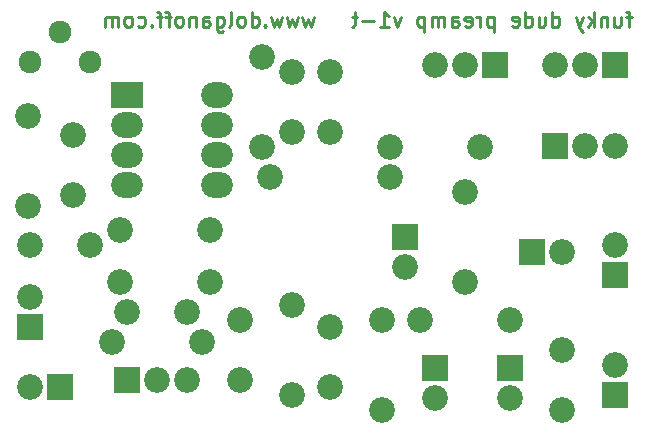
<source format=gbs>
%FSLAX46Y46*%
G04 Gerber Fmt 4.6, Leading zero omitted, Abs format (unit mm)*
G04 Created by KiCad (PCBNEW (2014-08-06 BZR 5059)-product) date 24/08/2014 19:27:10*
%MOMM*%
G01*
G04 APERTURE LIST*
%ADD10C,0.150000*%
%ADD11C,0.254000*%
%ADD12C,2.178000*%
%ADD13R,2.178000X2.178000*%
%ADD14C,1.924000*%
%ADD15R,2.686000X2.178000*%
%ADD16O,2.686000X2.178000*%
G04 APERTURE END LIST*
D10*
D11*
X193191191Y-105772857D02*
X192707381Y-105772857D01*
X193009762Y-106619524D02*
X193009762Y-105530952D01*
X192949286Y-105410000D01*
X192828333Y-105349524D01*
X192707381Y-105349524D01*
X191739762Y-105772857D02*
X191739762Y-106619524D01*
X192284048Y-105772857D02*
X192284048Y-106438095D01*
X192223572Y-106559048D01*
X192102619Y-106619524D01*
X191921191Y-106619524D01*
X191800239Y-106559048D01*
X191739762Y-106498571D01*
X191135000Y-105772857D02*
X191135000Y-106619524D01*
X191135000Y-105893810D02*
X191074524Y-105833333D01*
X190953571Y-105772857D01*
X190772143Y-105772857D01*
X190651191Y-105833333D01*
X190590714Y-105954286D01*
X190590714Y-106619524D01*
X189985952Y-106619524D02*
X189985952Y-105349524D01*
X189865000Y-106135714D02*
X189502143Y-106619524D01*
X189502143Y-105772857D02*
X189985952Y-106256667D01*
X189078809Y-105772857D02*
X188776428Y-106619524D01*
X188474048Y-105772857D02*
X188776428Y-106619524D01*
X188897381Y-106921905D01*
X188957857Y-106982381D01*
X189078809Y-107042857D01*
X186478333Y-106619524D02*
X186478333Y-105349524D01*
X186478333Y-106559048D02*
X186599286Y-106619524D01*
X186841190Y-106619524D01*
X186962143Y-106559048D01*
X187022619Y-106498571D01*
X187083095Y-106377619D01*
X187083095Y-106014762D01*
X187022619Y-105893810D01*
X186962143Y-105833333D01*
X186841190Y-105772857D01*
X186599286Y-105772857D01*
X186478333Y-105833333D01*
X185329285Y-105772857D02*
X185329285Y-106619524D01*
X185873571Y-105772857D02*
X185873571Y-106438095D01*
X185813095Y-106559048D01*
X185692142Y-106619524D01*
X185510714Y-106619524D01*
X185389762Y-106559048D01*
X185329285Y-106498571D01*
X184180237Y-106619524D02*
X184180237Y-105349524D01*
X184180237Y-106559048D02*
X184301190Y-106619524D01*
X184543094Y-106619524D01*
X184664047Y-106559048D01*
X184724523Y-106498571D01*
X184784999Y-106377619D01*
X184784999Y-106014762D01*
X184724523Y-105893810D01*
X184664047Y-105833333D01*
X184543094Y-105772857D01*
X184301190Y-105772857D01*
X184180237Y-105833333D01*
X183091666Y-106559048D02*
X183212618Y-106619524D01*
X183454523Y-106619524D01*
X183575475Y-106559048D01*
X183635951Y-106438095D01*
X183635951Y-105954286D01*
X183575475Y-105833333D01*
X183454523Y-105772857D01*
X183212618Y-105772857D01*
X183091666Y-105833333D01*
X183031189Y-105954286D01*
X183031189Y-106075238D01*
X183635951Y-106196190D01*
X181519285Y-105772857D02*
X181519285Y-107042857D01*
X181519285Y-105833333D02*
X181398333Y-105772857D01*
X181156428Y-105772857D01*
X181035476Y-105833333D01*
X180974999Y-105893810D01*
X180914523Y-106014762D01*
X180914523Y-106377619D01*
X180974999Y-106498571D01*
X181035476Y-106559048D01*
X181156428Y-106619524D01*
X181398333Y-106619524D01*
X181519285Y-106559048D01*
X180370237Y-106619524D02*
X180370237Y-105772857D01*
X180370237Y-106014762D02*
X180309761Y-105893810D01*
X180249285Y-105833333D01*
X180128332Y-105772857D01*
X180007380Y-105772857D01*
X179100238Y-106559048D02*
X179221190Y-106619524D01*
X179463095Y-106619524D01*
X179584047Y-106559048D01*
X179644523Y-106438095D01*
X179644523Y-105954286D01*
X179584047Y-105833333D01*
X179463095Y-105772857D01*
X179221190Y-105772857D01*
X179100238Y-105833333D01*
X179039761Y-105954286D01*
X179039761Y-106075238D01*
X179644523Y-106196190D01*
X177951190Y-106619524D02*
X177951190Y-105954286D01*
X178011667Y-105833333D01*
X178132619Y-105772857D01*
X178374524Y-105772857D01*
X178495476Y-105833333D01*
X177951190Y-106559048D02*
X178072143Y-106619524D01*
X178374524Y-106619524D01*
X178495476Y-106559048D01*
X178555952Y-106438095D01*
X178555952Y-106317143D01*
X178495476Y-106196190D01*
X178374524Y-106135714D01*
X178072143Y-106135714D01*
X177951190Y-106075238D01*
X177346428Y-106619524D02*
X177346428Y-105772857D01*
X177346428Y-105893810D02*
X177285952Y-105833333D01*
X177164999Y-105772857D01*
X176983571Y-105772857D01*
X176862619Y-105833333D01*
X176802142Y-105954286D01*
X176802142Y-106619524D01*
X176802142Y-105954286D02*
X176741666Y-105833333D01*
X176620714Y-105772857D01*
X176439285Y-105772857D01*
X176318333Y-105833333D01*
X176257857Y-105954286D01*
X176257857Y-106619524D01*
X175653095Y-105772857D02*
X175653095Y-107042857D01*
X175653095Y-105833333D02*
X175532143Y-105772857D01*
X175290238Y-105772857D01*
X175169286Y-105833333D01*
X175108809Y-105893810D01*
X175048333Y-106014762D01*
X175048333Y-106377619D01*
X175108809Y-106498571D01*
X175169286Y-106559048D01*
X175290238Y-106619524D01*
X175532143Y-106619524D01*
X175653095Y-106559048D01*
X173657380Y-105772857D02*
X173354999Y-106619524D01*
X173052619Y-105772857D01*
X171903571Y-106619524D02*
X172629285Y-106619524D01*
X172266428Y-106619524D02*
X172266428Y-105349524D01*
X172387380Y-105530952D01*
X172508333Y-105651905D01*
X172629285Y-105712381D01*
X171359285Y-106135714D02*
X170391666Y-106135714D01*
X169968333Y-105772857D02*
X169484523Y-105772857D01*
X169786904Y-105349524D02*
X169786904Y-106438095D01*
X169726428Y-106559048D01*
X169605475Y-106619524D01*
X169484523Y-106619524D01*
X166279285Y-105772857D02*
X166037381Y-106619524D01*
X165795476Y-106014762D01*
X165553571Y-106619524D01*
X165311666Y-105772857D01*
X164948809Y-105772857D02*
X164706905Y-106619524D01*
X164465000Y-106014762D01*
X164223095Y-106619524D01*
X163981190Y-105772857D01*
X163618333Y-105772857D02*
X163376429Y-106619524D01*
X163134524Y-106014762D01*
X162892619Y-106619524D01*
X162650714Y-105772857D01*
X162166905Y-106498571D02*
X162106429Y-106559048D01*
X162166905Y-106619524D01*
X162227381Y-106559048D01*
X162166905Y-106498571D01*
X162166905Y-106619524D01*
X161017857Y-106619524D02*
X161017857Y-105349524D01*
X161017857Y-106559048D02*
X161138810Y-106619524D01*
X161380714Y-106619524D01*
X161501667Y-106559048D01*
X161562143Y-106498571D01*
X161622619Y-106377619D01*
X161622619Y-106014762D01*
X161562143Y-105893810D01*
X161501667Y-105833333D01*
X161380714Y-105772857D01*
X161138810Y-105772857D01*
X161017857Y-105833333D01*
X160231666Y-106619524D02*
X160352619Y-106559048D01*
X160413095Y-106498571D01*
X160473571Y-106377619D01*
X160473571Y-106014762D01*
X160413095Y-105893810D01*
X160352619Y-105833333D01*
X160231666Y-105772857D01*
X160050238Y-105772857D01*
X159929286Y-105833333D01*
X159868809Y-105893810D01*
X159808333Y-106014762D01*
X159808333Y-106377619D01*
X159868809Y-106498571D01*
X159929286Y-106559048D01*
X160050238Y-106619524D01*
X160231666Y-106619524D01*
X159082618Y-106619524D02*
X159203571Y-106559048D01*
X159264047Y-106438095D01*
X159264047Y-105349524D01*
X158054523Y-105772857D02*
X158054523Y-106800952D01*
X158115000Y-106921905D01*
X158175476Y-106982381D01*
X158296428Y-107042857D01*
X158477857Y-107042857D01*
X158598809Y-106982381D01*
X158054523Y-106559048D02*
X158175476Y-106619524D01*
X158417380Y-106619524D01*
X158538333Y-106559048D01*
X158598809Y-106498571D01*
X158659285Y-106377619D01*
X158659285Y-106014762D01*
X158598809Y-105893810D01*
X158538333Y-105833333D01*
X158417380Y-105772857D01*
X158175476Y-105772857D01*
X158054523Y-105833333D01*
X156905475Y-106619524D02*
X156905475Y-105954286D01*
X156965952Y-105833333D01*
X157086904Y-105772857D01*
X157328809Y-105772857D01*
X157449761Y-105833333D01*
X156905475Y-106559048D02*
X157026428Y-106619524D01*
X157328809Y-106619524D01*
X157449761Y-106559048D01*
X157510237Y-106438095D01*
X157510237Y-106317143D01*
X157449761Y-106196190D01*
X157328809Y-106135714D01*
X157026428Y-106135714D01*
X156905475Y-106075238D01*
X156300713Y-105772857D02*
X156300713Y-106619524D01*
X156300713Y-105893810D02*
X156240237Y-105833333D01*
X156119284Y-105772857D01*
X155937856Y-105772857D01*
X155816904Y-105833333D01*
X155756427Y-105954286D01*
X155756427Y-106619524D01*
X154970236Y-106619524D02*
X155091189Y-106559048D01*
X155151665Y-106498571D01*
X155212141Y-106377619D01*
X155212141Y-106014762D01*
X155151665Y-105893810D01*
X155091189Y-105833333D01*
X154970236Y-105772857D01*
X154788808Y-105772857D01*
X154667856Y-105833333D01*
X154607379Y-105893810D01*
X154546903Y-106014762D01*
X154546903Y-106377619D01*
X154607379Y-106498571D01*
X154667856Y-106559048D01*
X154788808Y-106619524D01*
X154970236Y-106619524D01*
X154184046Y-105772857D02*
X153700236Y-105772857D01*
X154002617Y-106619524D02*
X154002617Y-105530952D01*
X153942141Y-105410000D01*
X153821188Y-105349524D01*
X153700236Y-105349524D01*
X153458332Y-105772857D02*
X152974522Y-105772857D01*
X153276903Y-106619524D02*
X153276903Y-105530952D01*
X153216427Y-105410000D01*
X153095474Y-105349524D01*
X152974522Y-105349524D01*
X152551189Y-106498571D02*
X152490713Y-106559048D01*
X152551189Y-106619524D01*
X152611665Y-106559048D01*
X152551189Y-106498571D01*
X152551189Y-106619524D01*
X151402141Y-106559048D02*
X151523094Y-106619524D01*
X151764998Y-106619524D01*
X151885951Y-106559048D01*
X151946427Y-106498571D01*
X152006903Y-106377619D01*
X152006903Y-106014762D01*
X151946427Y-105893810D01*
X151885951Y-105833333D01*
X151764998Y-105772857D01*
X151523094Y-105772857D01*
X151402141Y-105833333D01*
X150676427Y-106619524D02*
X150797380Y-106559048D01*
X150857856Y-106498571D01*
X150918332Y-106377619D01*
X150918332Y-106014762D01*
X150857856Y-105893810D01*
X150797380Y-105833333D01*
X150676427Y-105772857D01*
X150494999Y-105772857D01*
X150374047Y-105833333D01*
X150313570Y-105893810D01*
X150253094Y-106014762D01*
X150253094Y-106377619D01*
X150313570Y-106498571D01*
X150374047Y-106559048D01*
X150494999Y-106619524D01*
X150676427Y-106619524D01*
X149708808Y-106619524D02*
X149708808Y-105772857D01*
X149708808Y-105893810D02*
X149648332Y-105833333D01*
X149527379Y-105772857D01*
X149345951Y-105772857D01*
X149224999Y-105833333D01*
X149164522Y-105954286D01*
X149164522Y-106619524D01*
X149164522Y-105954286D02*
X149104046Y-105833333D01*
X148983094Y-105772857D01*
X148801665Y-105772857D01*
X148680713Y-105833333D01*
X148620237Y-105954286D01*
X148620237Y-106619524D01*
D12*
X142240000Y-125095000D03*
X147320000Y-125095000D03*
X164465000Y-110490000D03*
X164465000Y-115570000D03*
X167640000Y-110490000D03*
X167640000Y-115570000D03*
X167640000Y-137160000D03*
X167640000Y-132080000D03*
X155575000Y-130810000D03*
X150495000Y-130810000D03*
X160020000Y-136525000D03*
X160020000Y-131445000D03*
D13*
X173990000Y-124460000D03*
D12*
X173990000Y-127000000D03*
D13*
X176530000Y-135509000D03*
D12*
X176530000Y-138049000D03*
D13*
X184785000Y-125730000D03*
D12*
X187325000Y-125730000D03*
D13*
X182880000Y-135509000D03*
D12*
X182880000Y-138049000D03*
X145923000Y-115824000D03*
X145923000Y-120904000D03*
D13*
X144780000Y-137160000D03*
D12*
X142240000Y-137160000D03*
X187325000Y-133985000D03*
X187325000Y-139065000D03*
D13*
X142240000Y-132080000D03*
D12*
X142240000Y-129540000D03*
D13*
X191770000Y-127635000D03*
D12*
X191770000Y-125095000D03*
D13*
X191770000Y-137795000D03*
D12*
X191770000Y-135255000D03*
X149860000Y-123825000D03*
X157480000Y-123825000D03*
X142113000Y-114173000D03*
X142113000Y-121793000D03*
X172720000Y-116840000D03*
X180340000Y-116840000D03*
X162560000Y-119380000D03*
X172720000Y-119380000D03*
X161925000Y-109220000D03*
X161925000Y-116840000D03*
X164465000Y-130175000D03*
X164465000Y-137795000D03*
X157480000Y-128270000D03*
X149860000Y-128270000D03*
X179070000Y-120650000D03*
X179070000Y-128270000D03*
X182880000Y-131445000D03*
X175260000Y-131445000D03*
X172085000Y-131445000D03*
X172085000Y-139065000D03*
X156845000Y-133350000D03*
X149225000Y-133350000D03*
D13*
X186690000Y-116713000D03*
D12*
X189230000Y-116713000D03*
X191770000Y-116713000D03*
D14*
X142240000Y-109601000D03*
X144780000Y-107061000D03*
X147320000Y-109601000D03*
D13*
X150495000Y-136525000D03*
D12*
X153035000Y-136525000D03*
X155575000Y-136525000D03*
D13*
X191770000Y-109855000D03*
D12*
X189230000Y-109855000D03*
X186690000Y-109855000D03*
D13*
X181610000Y-109855000D03*
D12*
X179070000Y-109855000D03*
X176530000Y-109855000D03*
D15*
X150495000Y-112395000D03*
D16*
X150495000Y-114935000D03*
X150495000Y-117475000D03*
X150495000Y-120015000D03*
X158115000Y-120015000D03*
X158115000Y-117475000D03*
X158115000Y-114935000D03*
X158115000Y-112395000D03*
M02*

</source>
